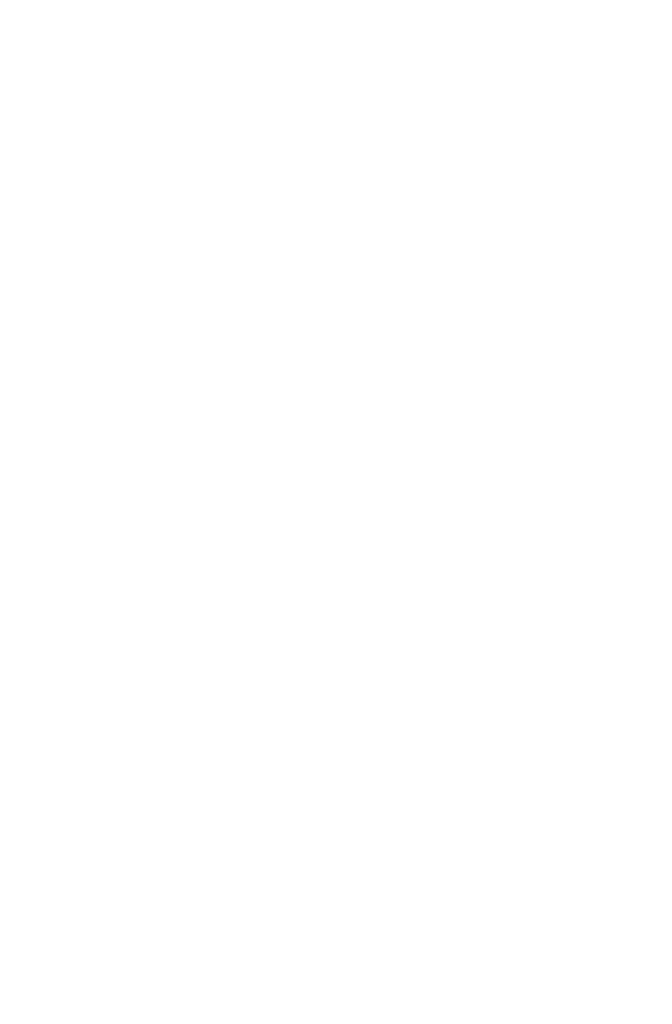
<source format=kicad_pcb>
(kicad_pcb (version 20211014) (generator pcbnew)
  (layers (0 "F.Cu" signal) (31 "B.Cu" signal) (34 "B.Paste" user) (35 "F.Paste" user) (36 "B.SilkS" user "B.Silkscreen") (37 "F.SilkS" user "F.Silkscreen") (38 "B.Mask" user) (39 "F.Mask" user) (44 "Edge.Cuts" user))
  (net 0 "")
  (footprint "GaudiLabsFootPrints:qPCR_LaserLidHalve2" (layer "F.Cu") (at 200 197.5 180)
    (fp_text reference "G***" hide)
    (fp_text value "LOGO" hide)
  )
  (footprint "GaudiLabsFootPrints:qPCR_LaserLidHalve2" (layer "F.Cu") (at 65 197.5 180)
    (fp_text reference "G***" hide)
    (fp_text value "LOGO" hide)
  )
  (footprint "GaudiLabsFootPrints:qPCR_LaserLidHalve2" (layer "F.Cu") (at 110 197.5 180)
    (fp_text reference "G***" hide)
    (fp_text value "LOGO" hide)
  )
  (footprint "GaudiLabsFootPrints:qPCR_LaserLidHalve2" (layer "F.Cu") (at 155 85 180)
    (fp_text reference "G***" hide)
    (fp_text value "LOGO" hide)
  )
  (footprint "GaudiLabsFootPrints:qPCR_LaserLidHalve2" (layer "F.Cu") (at 110 85 180)
    (fp_text reference "G***" hide)
    (fp_text value "LOGO" hide)
  )
  (footprint "GaudiLabsFootPrints:qPCR_LaserLid2" (layer "F.Cu") (at 153.9 86.3 180)
    (fp_text reference "G***" hide)
    (fp_text value "LOGO" hide)
  )
  (footprint "GaudiLabsFootPrints:qPCR_LaserLid2" (layer "F.Cu") (at 63.9 198.8 180)
    (fp_text reference "G***" hide)
    (fp_text value "LOGO" hide)
  )
  (footprint "GaudiLabsFootPrints:qPCR_LaserLidHalve2" (layer "F.Cu") (at 132.5 278.9 -90)
    (fp_text reference "G***" hide)
    (fp_text value "LOGO" hide)
  )
  (footprint "GaudiLabsFootPrints:qPCR_LaserLid2" (layer "F.Cu") (at 198.9 198.8 180)
    (fp_text reference "G***" hide)
    (fp_text value "LOGO" hide)
  )
  (footprint "GaudiLabsFootPrints:qPCR_LaserLid2" (layer "F.Cu") (at 108.9 198.8 180)
    (fp_text reference "G***" hide)
    (fp_text value "LOGO" hide)
  )
  (footprint "GaudiLabsFootPrints:qPCR_LaserLid2" (layer "F.Cu") (at 133.8 280 -90)
    (fp_text reference "G***" hide)
    (fp_text value "LOGO" hide)
  )
  (footprint "GaudiLabsFootPrints:qPCR_LaserLidHalve2" (layer "F.Cu") (at 155 197.5 180)
    (fp_text reference "G***" hide)
    (fp_text value "LOGO" hide)
  )
  (footprint "GaudiLabsFootPrints:qPCR_LaserLid2" (layer "F.Cu") (at 108.9 86.3 180)
    (fp_text reference "G***" hide)
    (fp_text value "LOGO" hide)
  )
  (footprint "GaudiLabsFootPrints:qPCR_LaserLid2" (layer "F.Cu") (at 198.9 86.3 180)
    (fp_text reference "G***" hide)
    (fp_text value "LOGO" hide)
  )
  (footprint "GaudiLabsFootPrints:qPCR_LaserLid2" (layer "F.Cu") (at 153.9 198.8 180)
    (fp_text reference "G***" hide)
    (fp_text value "LOGO" hide)
  )
  (footprint "GaudiLabsFootPrints:qPCR_LaserLid2" (layer "F.Cu") (at 63.9 86.3 180)
    (fp_text reference "G***" hide)
    (fp_text value "LOGO" hide)
  )
  (footprint "GaudiLabsFootPrints:qPCR_LaserLidHalve2" (layer "F.Cu") (at 200 85 180)
    (fp_text reference "G***" hide)
    (fp_text value "LOGO" hide)
  )
  (footprint "GaudiLabsFootPrints:qPCR_LaserLidHalve2" (layer "F.Cu") (at 65 85 180)
    (fp_text reference "G***" hide)
    (fp_text value "LOGO" hide)
  )
)
</source>
